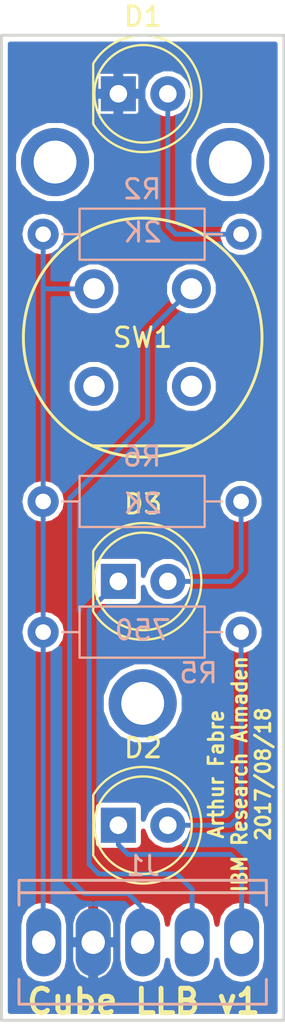
<source format=kicad_pcb>
(kicad_pcb (version 4) (host pcbnew 4.0.7-e1-6374~58~ubuntu16.04.1)

  (general
    (links 11)
    (no_connects 0)
    (area 123.383333 59.065 162.116667 113.655)
    (thickness 1.6)
    (drawings 6)
    (tracks 44)
    (zones 0)
    (modules 11)
    (nets 9)
  )

  (page A4)
  (layers
    (0 F.Cu signal)
    (31 B.Cu signal)
    (36 B.SilkS user)
    (37 F.SilkS user)
    (38 B.Mask user)
    (39 F.Mask user)
    (44 Edge.Cuts user)
  )

  (setup
    (last_trace_width 0.25)
    (trace_clearance 0.2)
    (zone_clearance 0.25)
    (zone_45_only no)
    (trace_min 0.2)
    (segment_width 0.2)
    (edge_width 0.15)
    (via_size 0.6)
    (via_drill 0.4)
    (via_min_size 0.4)
    (via_min_drill 0.3)
    (uvia_size 0.3)
    (uvia_drill 0.1)
    (uvias_allowed no)
    (uvia_min_size 0.2)
    (uvia_min_drill 0.1)
    (pcb_text_width 0.3)
    (pcb_text_size 1.5 1.5)
    (mod_edge_width 0.15)
    (mod_text_size 1 1)
    (mod_text_width 0.15)
    (pad_size 1.524 1.524)
    (pad_drill 0.762)
    (pad_to_mask_clearance 0.2)
    (aux_axis_origin 0 0)
    (visible_elements FFFFFF7F)
    (pcbplotparams
      (layerselection 0x000f0_80000001)
      (usegerberextensions true)
      (excludeedgelayer false)
      (linewidth 0.100000)
      (plotframeref false)
      (viasonmask false)
      (mode 1)
      (useauxorigin false)
      (hpglpennumber 1)
      (hpglpenspeed 20)
      (hpglpendiameter 15)
      (hpglpenoverlay 2)
      (psnegative false)
      (psa4output false)
      (plotreference true)
      (plotvalue true)
      (plotinvisibletext false)
      (padsonsilk false)
      (subtractmaskfromsilk false)
      (outputformat 1)
      (mirror false)
      (drillshape 0)
      (scaleselection 1)
      (outputdirectory gerbers/))
  )

  (net 0 "")
  (net 1 GND)
  (net 2 "Net-(D1-Pad2)")
  (net 3 "Net-(D2-Pad1)")
  (net 4 "Net-(D2-Pad2)")
  (net 5 "Net-(D3-Pad2)")
  (net 6 "Net-(J1-Pad3)")
  (net 7 "Net-(D3-Pad1)")
  (net 8 +5V)

  (net_class Default "This is the default net class."
    (clearance 0.2)
    (trace_width 0.25)
    (via_dia 0.6)
    (via_drill 0.4)
    (uvia_dia 0.3)
    (uvia_drill 0.1)
    (add_net +5V)
    (add_net GND)
    (add_net "Net-(D1-Pad2)")
    (add_net "Net-(D2-Pad1)")
    (add_net "Net-(D2-Pad2)")
    (add_net "Net-(D3-Pad1)")
    (add_net "Net-(D3-Pad2)")
    (add_net "Net-(J1-Pad3)")
  )

  (module Mounting_Holes:MountingHole_2.2mm_M2_ISO7380_Pad (layer F.Cu) (tedit 59974ED2) (tstamp 59A908DC)
    (at 138.25 67.5)
    (descr "Mounting Hole 2.2mm, M2, ISO7380")
    (tags "mounting hole 2.2mm m2 iso7380")
    (fp_text reference REF** (at 0 -2.75) (layer F.SilkS) hide
      (effects (font (size 1 1) (thickness 0.15)))
    )
    (fp_text value MountingHole_2.2mm_M2_ISO7380_Pad (at 0 2.75) (layer F.Fab) hide
      (effects (font (size 1 1) (thickness 0.15)))
    )
    (fp_circle (center 0 0) (end 1.75 0) (layer Cmts.User) (width 0.15))
    (fp_circle (center 0 0) (end 2 0) (layer F.CrtYd) (width 0.05))
    (pad 1 thru_hole circle (at 0 0) (size 3.5 3.5) (drill 2.2) (layers *.Cu *.Mask))
  )

  (module Resistors_ThroughHole:R_Axial_DIN0207_L6.3mm_D2.5mm_P10.16mm_Horizontal (layer B.Cu) (tedit 599751FA) (tstamp 59551D0D)
    (at 147.8 71.2 180)
    (descr "Resistor, Axial_DIN0207 series, Axial, Horizontal, pin pitch=10.16mm, 0.25W = 1/4W, length*diameter=6.3*2.5mm^2, http://cdn-reichelt.de/documents/datenblatt/B400/1_4W%23YAG.pdf")
    (tags "Resistor Axial_DIN0207 series Axial Horizontal pin pitch 10.16mm 0.25W = 1/4W length 6.3mm diameter 2.5mm")
    (path /5954369B)
    (fp_text reference R2 (at 5.08 2.31 180) (layer B.SilkS)
      (effects (font (size 1 1) (thickness 0.15)) (justify mirror))
    )
    (fp_text value 2K (at 5.05 0.1 180) (layer B.SilkS)
      (effects (font (size 1 1) (thickness 0.15)) (justify mirror))
    )
    (fp_line (start 1.93 1.25) (end 1.93 -1.25) (layer B.Fab) (width 0.1))
    (fp_line (start 1.93 -1.25) (end 8.23 -1.25) (layer B.Fab) (width 0.1))
    (fp_line (start 8.23 -1.25) (end 8.23 1.25) (layer B.Fab) (width 0.1))
    (fp_line (start 8.23 1.25) (end 1.93 1.25) (layer B.Fab) (width 0.1))
    (fp_line (start 0 0) (end 1.93 0) (layer B.Fab) (width 0.1))
    (fp_line (start 10.16 0) (end 8.23 0) (layer B.Fab) (width 0.1))
    (fp_line (start 1.87 1.31) (end 1.87 -1.31) (layer B.SilkS) (width 0.12))
    (fp_line (start 1.87 -1.31) (end 8.29 -1.31) (layer B.SilkS) (width 0.12))
    (fp_line (start 8.29 -1.31) (end 8.29 1.31) (layer B.SilkS) (width 0.12))
    (fp_line (start 8.29 1.31) (end 1.87 1.31) (layer B.SilkS) (width 0.12))
    (fp_line (start 0.98 0) (end 1.87 0) (layer B.SilkS) (width 0.12))
    (fp_line (start 9.18 0) (end 8.29 0) (layer B.SilkS) (width 0.12))
    (fp_line (start -1.05 1.6) (end -1.05 -1.6) (layer B.CrtYd) (width 0.05))
    (fp_line (start -1.05 -1.6) (end 11.25 -1.6) (layer B.CrtYd) (width 0.05))
    (fp_line (start 11.25 -1.6) (end 11.25 1.6) (layer B.CrtYd) (width 0.05))
    (fp_line (start 11.25 1.6) (end -1.05 1.6) (layer B.CrtYd) (width 0.05))
    (pad 1 thru_hole circle (at 0 0 180) (size 1.6 1.6) (drill 0.8) (layers *.Cu *.Mask)
      (net 2 "Net-(D1-Pad2)"))
    (pad 2 thru_hole oval (at 10.16 0 180) (size 1.6 1.6) (drill 0.8) (layers *.Cu *.Mask)
      (net 8 +5V))
    (model Resistors_THT.3dshapes/R_Axial_DIN0207_L6.3mm_D2.5mm_P10.16mm_Horizontal.wrl
      (at (xyz 0 0 0))
      (scale (xyz 0.393701 0.393701 0.393701))
      (rotate (xyz 0 0 0))
    )
  )

  (module Resistors_ThroughHole:R_Axial_DIN0207_L6.3mm_D2.5mm_P10.16mm_Horizontal (layer B.Cu) (tedit 599DF729) (tstamp 59551D4F)
    (at 147.8 91.6 180)
    (descr "Resistor, Axial_DIN0207 series, Axial, Horizontal, pin pitch=10.16mm, 0.25W = 1/4W, length*diameter=6.3*2.5mm^2, http://cdn-reichelt.de/documents/datenblatt/B400/1_4W%23YAG.pdf")
    (tags "Resistor Axial_DIN0207 series Axial Horizontal pin pitch 10.16mm 0.25W = 1/4W length 6.3mm diameter 2.5mm")
    (path /59543BC2)
    (fp_text reference R5 (at 2.1818 -2.1006 180) (layer B.SilkS)
      (effects (font (size 1 1) (thickness 0.15)) (justify mirror))
    )
    (fp_text value 750 (at 5.05 0.1 180) (layer B.SilkS)
      (effects (font (size 1 1) (thickness 0.15)) (justify mirror))
    )
    (fp_line (start 1.93 1.25) (end 1.93 -1.25) (layer B.Fab) (width 0.1))
    (fp_line (start 1.93 -1.25) (end 8.23 -1.25) (layer B.Fab) (width 0.1))
    (fp_line (start 8.23 -1.25) (end 8.23 1.25) (layer B.Fab) (width 0.1))
    (fp_line (start 8.23 1.25) (end 1.93 1.25) (layer B.Fab) (width 0.1))
    (fp_line (start 0 0) (end 1.93 0) (layer B.Fab) (width 0.1))
    (fp_line (start 10.16 0) (end 8.23 0) (layer B.Fab) (width 0.1))
    (fp_line (start 1.87 1.31) (end 1.87 -1.31) (layer B.SilkS) (width 0.12))
    (fp_line (start 1.87 -1.31) (end 8.29 -1.31) (layer B.SilkS) (width 0.12))
    (fp_line (start 8.29 -1.31) (end 8.29 1.31) (layer B.SilkS) (width 0.12))
    (fp_line (start 8.29 1.31) (end 1.87 1.31) (layer B.SilkS) (width 0.12))
    (fp_line (start 0.98 0) (end 1.87 0) (layer B.SilkS) (width 0.12))
    (fp_line (start 9.18 0) (end 8.29 0) (layer B.SilkS) (width 0.12))
    (fp_line (start -1.05 1.6) (end -1.05 -1.6) (layer B.CrtYd) (width 0.05))
    (fp_line (start -1.05 -1.6) (end 11.25 -1.6) (layer B.CrtYd) (width 0.05))
    (fp_line (start 11.25 -1.6) (end 11.25 1.6) (layer B.CrtYd) (width 0.05))
    (fp_line (start 11.25 1.6) (end -1.05 1.6) (layer B.CrtYd) (width 0.05))
    (pad 1 thru_hole circle (at 0 0 180) (size 1.6 1.6) (drill 0.8) (layers *.Cu *.Mask)
      (net 4 "Net-(D2-Pad2)"))
    (pad 2 thru_hole oval (at 10.16 0 180) (size 1.6 1.6) (drill 0.8) (layers *.Cu *.Mask)
      (net 8 +5V))
    (model Resistors_THT.3dshapes/R_Axial_DIN0207_L6.3mm_D2.5mm_P10.16mm_Horizontal.wrl
      (at (xyz 0 0 0))
      (scale (xyz 0.393701 0.393701 0.393701))
      (rotate (xyz 0 0 0))
    )
  )

  (module Resistors_ThroughHole:R_Axial_DIN0207_L6.3mm_D2.5mm_P10.16mm_Horizontal (layer B.Cu) (tedit 599751E4) (tstamp 59551D65)
    (at 147.8 84.9 180)
    (descr "Resistor, Axial_DIN0207 series, Axial, Horizontal, pin pitch=10.16mm, 0.25W = 1/4W, length*diameter=6.3*2.5mm^2, http://cdn-reichelt.de/documents/datenblatt/B400/1_4W%23YAG.pdf")
    (tags "Resistor Axial_DIN0207 series Axial Horizontal pin pitch 10.16mm 0.25W = 1/4W length 6.3mm diameter 2.5mm")
    (path /595439E7)
    (fp_text reference R6 (at 5.08 2.31 180) (layer B.SilkS)
      (effects (font (size 1 1) (thickness 0.15)) (justify mirror))
    )
    (fp_text value 2K (at 5.05 -0.1 180) (layer B.SilkS)
      (effects (font (size 1 1) (thickness 0.15)) (justify mirror))
    )
    (fp_line (start 1.93 1.25) (end 1.93 -1.25) (layer B.Fab) (width 0.1))
    (fp_line (start 1.93 -1.25) (end 8.23 -1.25) (layer B.Fab) (width 0.1))
    (fp_line (start 8.23 -1.25) (end 8.23 1.25) (layer B.Fab) (width 0.1))
    (fp_line (start 8.23 1.25) (end 1.93 1.25) (layer B.Fab) (width 0.1))
    (fp_line (start 0 0) (end 1.93 0) (layer B.Fab) (width 0.1))
    (fp_line (start 10.16 0) (end 8.23 0) (layer B.Fab) (width 0.1))
    (fp_line (start 1.87 1.31) (end 1.87 -1.31) (layer B.SilkS) (width 0.12))
    (fp_line (start 1.87 -1.31) (end 8.29 -1.31) (layer B.SilkS) (width 0.12))
    (fp_line (start 8.29 -1.31) (end 8.29 1.31) (layer B.SilkS) (width 0.12))
    (fp_line (start 8.29 1.31) (end 1.87 1.31) (layer B.SilkS) (width 0.12))
    (fp_line (start 0.98 0) (end 1.87 0) (layer B.SilkS) (width 0.12))
    (fp_line (start 9.18 0) (end 8.29 0) (layer B.SilkS) (width 0.12))
    (fp_line (start -1.05 1.6) (end -1.05 -1.6) (layer B.CrtYd) (width 0.05))
    (fp_line (start -1.05 -1.6) (end 11.25 -1.6) (layer B.CrtYd) (width 0.05))
    (fp_line (start 11.25 -1.6) (end 11.25 1.6) (layer B.CrtYd) (width 0.05))
    (fp_line (start 11.25 1.6) (end -1.05 1.6) (layer B.CrtYd) (width 0.05))
    (pad 1 thru_hole circle (at 0 0 180) (size 1.6 1.6) (drill 0.8) (layers *.Cu *.Mask)
      (net 5 "Net-(D3-Pad2)"))
    (pad 2 thru_hole oval (at 10.16 0 180) (size 1.6 1.6) (drill 0.8) (layers *.Cu *.Mask)
      (net 8 +5V))
    (model Resistors_THT.3dshapes/R_Axial_DIN0207_L6.3mm_D2.5mm_P10.16mm_Horizontal.wrl
      (at (xyz 0 0 0))
      (scale (xyz 0.393701 0.393701 0.393701))
      (rotate (xyz 0 0 0))
    )
  )

  (module Buttons_Switches_ThroughHole:Push_E-Switch_KS01Q01 locked (layer F.Cu) (tedit 54BFC791) (tstamp 59551D70)
    (at 140.25 74)
    (descr "E-Switch KS01Q01")
    (tags "Push Button")
    (path /59543E79)
    (fp_text reference SW1 (at 2.5 2.5) (layer F.SilkS)
      (effects (font (size 1 1) (thickness 0.15)))
    )
    (fp_text value SW_Push (at 2.5 -2.04914) (layer F.Fab)
      (effects (font (size 1 1) (thickness 0.15)))
    )
    (fp_circle (center 2.5 2.5) (end 8.95 2.5) (layer F.CrtYd) (width 0.05))
    (fp_circle (center 2.5 2.5) (end 8.625 2.5) (layer F.SilkS) (width 0.15))
    (fp_line (start 5.10096 8.04962) (end -0.10096 8.04962) (layer F.SilkS) (width 0.15))
    (pad 1 thru_hole circle (at 0 0) (size 2 2) (drill 1.1) (layers *.Cu *.Mask)
      (net 8 +5V))
    (pad 2 thru_hole circle (at 5 0) (size 2 2) (drill 1.1) (layers *.Cu *.Mask)
      (net 6 "Net-(J1-Pad3)"))
    (pad 4 thru_hole circle (at 5 5) (size 2 2) (drill 1.1) (layers *.Cu *.Mask))
    (pad 3 thru_hole circle (at 0 5) (size 2 2) (drill 1.1) (layers *.Cu *.Mask))
    (model Buttons_Switches_THT.3dshapes/Push_E-Switch_KS01Q01.wrl
      (at (xyz 0.1 -0.1 0))
      (scale (xyz 1 1 1))
      (rotate (xyz 0 0 0))
    )
  )

  (module Sockets_MOLEX_KK-System:Socket_MOLEX-KK-RM2-54mm_Lock_5pin_straight (layer B.Cu) (tedit 599DF77D) (tstamp 5997318B)
    (at 142.75 107.5 180)
    (descr "Socket, MOLEX, KK, RM 2.54mm, Lock, 5pin, straight,")
    (tags "Socket, MOLEX, KK, RM 2.54mm, Lock, 5pin, straight,")
    (path /595466B3)
    (fp_text reference J1 (at -0.0234 3.9188 180) (layer B.SilkS)
      (effects (font (size 1 1) (thickness 0.15)) (justify mirror))
    )
    (fp_text value CONN_01X05 (at 0 -5.08 180) (layer B.Fab)
      (effects (font (size 1 1) (thickness 0.15)) (justify mirror))
    )
    (fp_line (start 6.35 -3.175) (end 6.35 -1.905) (layer B.SilkS) (width 0.15))
    (fp_line (start 6.35 2.54) (end -6.35 2.54) (layer B.SilkS) (width 0.15))
    (fp_line (start -6.35 3.175) (end 6.35 3.175) (layer B.SilkS) (width 0.15))
    (fp_line (start 6.35 1.905) (end 6.35 3.175) (layer B.SilkS) (width 0.15))
    (fp_line (start -6.35 1.905) (end -6.35 3.175) (layer B.SilkS) (width 0.15))
    (fp_line (start 6.35 -3.175) (end -6.35 -3.175) (layer B.SilkS) (width 0.15))
    (fp_line (start -6.35 -3.175) (end -6.35 -1.905) (layer B.SilkS) (width 0.15))
    (pad 1 thru_hole oval (at -5.08 0 180) (size 1.80086 3.50012) (drill 1.19888) (layers *.Cu *.Mask)
      (net 3 "Net-(D2-Pad1)"))
    (pad 2 thru_hole oval (at -2.54 0 180) (size 1.80086 3.50012) (drill 1.19888) (layers *.Cu *.Mask)
      (net 7 "Net-(D3-Pad1)"))
    (pad 3 thru_hole oval (at 0 0 180) (size 1.80086 3.50012) (drill 1.19888) (layers *.Cu *.Mask)
      (net 6 "Net-(J1-Pad3)"))
    (pad 4 thru_hole oval (at 2.54 0 180) (size 1.80086 3.50012) (drill 1.19888) (layers *.Cu *.Mask)
      (net 1 GND))
    (pad 5 thru_hole oval (at 5.08 0 180) (size 1.80086 3.50012) (drill 1.19888) (layers *.Cu *.Mask)
      (net 8 +5V))
  )

  (module Mounting_Holes:MountingHole_2.2mm_M2_ISO7380_Pad (layer F.Cu) (tedit 59974EDE) (tstamp 59974A4F)
    (at 142.75 95.25)
    (descr "Mounting Hole 2.2mm, M2, ISO7380")
    (tags "mounting hole 2.2mm m2 iso7380")
    (fp_text reference REF** (at 0 -2.75) (layer F.SilkS) hide
      (effects (font (size 1 1) (thickness 0.15)))
    )
    (fp_text value MountingHole_2.2mm_M2_ISO7380_Pad (at 0 2.75) (layer F.Fab) hide
      (effects (font (size 1 1) (thickness 0.15)))
    )
    (fp_circle (center 0 0) (end 1.75 0) (layer Cmts.User) (width 0.15))
    (fp_circle (center 0 0) (end 2 0) (layer F.CrtYd) (width 0.05))
    (pad 1 thru_hole circle (at 0 0) (size 3.5 3.5) (drill 2.2) (layers *.Cu *.Mask))
  )

  (module Mounting_Holes:MountingHole_2.2mm_M2_ISO7380_Pad (layer F.Cu) (tedit 59974ED2) (tstamp 59974A61)
    (at 147.25 67.5)
    (descr "Mounting Hole 2.2mm, M2, ISO7380")
    (tags "mounting hole 2.2mm m2 iso7380")
    (fp_text reference REF** (at 0 -2.75) (layer F.SilkS) hide
      (effects (font (size 1 1) (thickness 0.15)))
    )
    (fp_text value MountingHole_2.2mm_M2_ISO7380_Pad (at 0 2.75) (layer F.Fab) hide
      (effects (font (size 1 1) (thickness 0.15)))
    )
    (fp_circle (center 0 0) (end 1.75 0) (layer Cmts.User) (width 0.15))
    (fp_circle (center 0 0) (end 2 0) (layer F.CrtYd) (width 0.05))
    (pad 1 thru_hole circle (at 0 0) (size 3.5 3.5) (drill 2.2) (layers *.Cu *.Mask))
  )

  (module LEDs:LED_D5.0mm locked (layer F.Cu) (tedit 587A3A7B) (tstamp 599DF994)
    (at 141.5 64)
    (descr "LED, diameter 5.0mm, 2 pins, http://cdn-reichelt.de/documents/datenblatt/A500/LL-504BC2E-009.pdf")
    (tags "LED diameter 5.0mm 2 pins")
    (path /595436F0)
    (fp_text reference D1 (at 1.27 -3.96) (layer F.SilkS)
      (effects (font (size 1 1) (thickness 0.15)))
    )
    (fp_text value PWR (at 1.27 3.96) (layer F.Fab)
      (effects (font (size 1 1) (thickness 0.15)))
    )
    (fp_arc (start 1.27 0) (end -1.23 -1.469694) (angle 299.1) (layer F.Fab) (width 0.1))
    (fp_arc (start 1.27 0) (end -1.29 -1.54483) (angle 148.9) (layer F.SilkS) (width 0.12))
    (fp_arc (start 1.27 0) (end -1.29 1.54483) (angle -148.9) (layer F.SilkS) (width 0.12))
    (fp_circle (center 1.27 0) (end 3.77 0) (layer F.Fab) (width 0.1))
    (fp_circle (center 1.27 0) (end 3.77 0) (layer F.SilkS) (width 0.12))
    (fp_line (start -1.23 -1.469694) (end -1.23 1.469694) (layer F.Fab) (width 0.1))
    (fp_line (start -1.29 -1.545) (end -1.29 1.545) (layer F.SilkS) (width 0.12))
    (fp_line (start -1.95 -3.25) (end -1.95 3.25) (layer F.CrtYd) (width 0.05))
    (fp_line (start -1.95 3.25) (end 4.5 3.25) (layer F.CrtYd) (width 0.05))
    (fp_line (start 4.5 3.25) (end 4.5 -3.25) (layer F.CrtYd) (width 0.05))
    (fp_line (start 4.5 -3.25) (end -1.95 -3.25) (layer F.CrtYd) (width 0.05))
    (pad 1 thru_hole rect (at 0 0) (size 1.8 1.8) (drill 0.9) (layers *.Cu *.Mask)
      (net 1 GND))
    (pad 2 thru_hole circle (at 2.54 0) (size 1.8 1.8) (drill 0.9) (layers *.Cu *.Mask)
      (net 2 "Net-(D1-Pad2)"))
    (model LEDs.3dshapes/LED_D5.0mm.wrl
      (at (xyz 0 0 0))
      (scale (xyz 0.393701 0.393701 0.393701))
      (rotate (xyz 0 0 0))
    )
  )

  (module LEDs:LED_D5.0mm locked (layer F.Cu) (tedit 587A3A7B) (tstamp 599DF999)
    (at 141.5 101.5)
    (descr "LED, diameter 5.0mm, 2 pins, http://cdn-reichelt.de/documents/datenblatt/A500/LL-504BC2E-009.pdf")
    (tags "LED diameter 5.0mm 2 pins")
    (path /59543BC9)
    (fp_text reference D2 (at 1.27 -3.96) (layer F.SilkS)
      (effects (font (size 1 1) (thickness 0.15)))
    )
    (fp_text value CAM (at 1.27 3.96) (layer F.Fab)
      (effects (font (size 1 1) (thickness 0.15)))
    )
    (fp_arc (start 1.27 0) (end -1.23 -1.469694) (angle 299.1) (layer F.Fab) (width 0.1))
    (fp_arc (start 1.27 0) (end -1.29 -1.54483) (angle 148.9) (layer F.SilkS) (width 0.12))
    (fp_arc (start 1.27 0) (end -1.29 1.54483) (angle -148.9) (layer F.SilkS) (width 0.12))
    (fp_circle (center 1.27 0) (end 3.77 0) (layer F.Fab) (width 0.1))
    (fp_circle (center 1.27 0) (end 3.77 0) (layer F.SilkS) (width 0.12))
    (fp_line (start -1.23 -1.469694) (end -1.23 1.469694) (layer F.Fab) (width 0.1))
    (fp_line (start -1.29 -1.545) (end -1.29 1.545) (layer F.SilkS) (width 0.12))
    (fp_line (start -1.95 -3.25) (end -1.95 3.25) (layer F.CrtYd) (width 0.05))
    (fp_line (start -1.95 3.25) (end 4.5 3.25) (layer F.CrtYd) (width 0.05))
    (fp_line (start 4.5 3.25) (end 4.5 -3.25) (layer F.CrtYd) (width 0.05))
    (fp_line (start 4.5 -3.25) (end -1.95 -3.25) (layer F.CrtYd) (width 0.05))
    (pad 1 thru_hole rect (at 0 0) (size 1.8 1.8) (drill 0.9) (layers *.Cu *.Mask)
      (net 3 "Net-(D2-Pad1)"))
    (pad 2 thru_hole circle (at 2.54 0) (size 1.8 1.8) (drill 0.9) (layers *.Cu *.Mask)
      (net 4 "Net-(D2-Pad2)"))
    (model LEDs.3dshapes/LED_D5.0mm.wrl
      (at (xyz 0 0 0))
      (scale (xyz 0.393701 0.393701 0.393701))
      (rotate (xyz 0 0 0))
    )
  )

  (module LEDs:LED_D5.0mm locked (layer F.Cu) (tedit 587A3A7B) (tstamp 599DF99E)
    (at 141.5 89)
    (descr "LED, diameter 5.0mm, 2 pins, http://cdn-reichelt.de/documents/datenblatt/A500/LL-504BC2E-009.pdf")
    (tags "LED diameter 5.0mm 2 pins")
    (path /595439EE)
    (fp_text reference D3 (at 1.27 -3.96) (layer F.SilkS)
      (effects (font (size 1 1) (thickness 0.15)))
    )
    (fp_text value MIC (at 1.27 3.96) (layer F.Fab)
      (effects (font (size 1 1) (thickness 0.15)))
    )
    (fp_arc (start 1.27 0) (end -1.23 -1.469694) (angle 299.1) (layer F.Fab) (width 0.1))
    (fp_arc (start 1.27 0) (end -1.29 -1.54483) (angle 148.9) (layer F.SilkS) (width 0.12))
    (fp_arc (start 1.27 0) (end -1.29 1.54483) (angle -148.9) (layer F.SilkS) (width 0.12))
    (fp_circle (center 1.27 0) (end 3.77 0) (layer F.Fab) (width 0.1))
    (fp_circle (center 1.27 0) (end 3.77 0) (layer F.SilkS) (width 0.12))
    (fp_line (start -1.23 -1.469694) (end -1.23 1.469694) (layer F.Fab) (width 0.1))
    (fp_line (start -1.29 -1.545) (end -1.29 1.545) (layer F.SilkS) (width 0.12))
    (fp_line (start -1.95 -3.25) (end -1.95 3.25) (layer F.CrtYd) (width 0.05))
    (fp_line (start -1.95 3.25) (end 4.5 3.25) (layer F.CrtYd) (width 0.05))
    (fp_line (start 4.5 3.25) (end 4.5 -3.25) (layer F.CrtYd) (width 0.05))
    (fp_line (start 4.5 -3.25) (end -1.95 -3.25) (layer F.CrtYd) (width 0.05))
    (pad 1 thru_hole rect (at 0 0) (size 1.8 1.8) (drill 0.9) (layers *.Cu *.Mask)
      (net 7 "Net-(D3-Pad1)"))
    (pad 2 thru_hole circle (at 2.54 0) (size 1.8 1.8) (drill 0.9) (layers *.Cu *.Mask)
      (net 5 "Net-(D3-Pad2)"))
    (model LEDs.3dshapes/LED_D5.0mm.wrl
      (at (xyz 0 0 0))
      (scale (xyz 0.393701 0.393701 0.393701))
      (rotate (xyz 0 0 0))
    )
  )

  (gr_text "Arthur Fabre\nIBM Research Almaden\n2017/08/18" (at 147.7264 98.8822 90) (layer F.SilkS)
    (effects (font (size 0.75 0.7) (thickness 0.15)))
  )
  (gr_text "Cube LLB v1" (at 142.7988 110.5408) (layer F.SilkS)
    (effects (font (size 1.25 1.25) (thickness 0.25)))
  )
  (gr_line (start 135.5 61) (end 135.5 111.5) (angle 90) (layer Edge.Cuts) (width 0.15))
  (gr_line (start 150 111.5) (end 150 61) (angle 90) (layer Edge.Cuts) (width 0.15))
  (gr_line (start 135.5 111.5) (end 150 111.5) (angle 90) (layer Edge.Cuts) (width 0.15))
  (gr_line (start 135.5 61) (end 150 61) (angle 90) (layer Edge.Cuts) (width 0.15))

  (segment (start 137.67 68.13) (end 137.64 68.1) (width 0.25) (layer B.Cu) (net 0) (tstamp 59973710) (status 30))
  (segment (start 137.67 68.08) (end 137.75 68) (width 0.25) (layer B.Cu) (net 0) (tstamp 599735E2) (status 30))
  (segment (start 147.8 71.2) (end 144.45 71.2) (width 0.25) (layer B.Cu) (net 2))
  (segment (start 144.04 70.79) (end 144.04 64) (width 0.25) (layer B.Cu) (net 2) (tstamp 5997580D))
  (segment (start 144.45 71.2) (end 144.04 70.79) (width 0.25) (layer B.Cu) (net 2) (tstamp 5997580A))
  (segment (start 141.5 101.5) (end 141.5 102.5) (width 0.25) (layer B.Cu) (net 3) (status 10))
  (segment (start 147.83 103.58) (end 147.83 107.5) (width 0.25) (layer B.Cu) (net 3) (tstamp 59974D8C) (status 20))
  (segment (start 147.25 103) (end 147.83 103.58) (width 0.25) (layer B.Cu) (net 3) (tstamp 59974D8B))
  (segment (start 142 103) (end 147.25 103) (width 0.25) (layer B.Cu) (net 3) (tstamp 59974D88))
  (segment (start 141.5 102.5) (end 142 103) (width 0.25) (layer B.Cu) (net 3) (tstamp 59974D84))
  (segment (start 147.8 93.25) (end 147.8 91.6) (width 0.25) (layer B.Cu) (net 4))
  (segment (start 147.8 93.1) (end 147.8 93.25) (width 0.25) (layer B.Cu) (net 4) (status 10))
  (segment (start 147.8 93.25) (end 147.8 100.95) (width 0.25) (layer B.Cu) (net 4) (tstamp 59975754) (status 10))
  (segment (start 147.8 100.95) (end 147.25 101.5) (width 0.25) (layer B.Cu) (net 4) (tstamp 59974D5B))
  (segment (start 147.25 101.5) (end 144.04 101.5) (width 0.25) (layer B.Cu) (net 4) (tstamp 59973685) (status 20))
  (segment (start 147.8 84.9) (end 147.8 88.45) (width 0.25) (layer B.Cu) (net 5) (status 10))
  (segment (start 147.8 88.45) (end 147.25 89) (width 0.25) (layer B.Cu) (net 5) (tstamp 59974D40))
  (segment (start 144.04 89) (end 147.25 89) (width 0.25) (layer B.Cu) (net 5) (status 10))
  (segment (start 139.75 105) (end 142 105) (width 0.25) (layer B.Cu) (net 6))
  (segment (start 142 105) (end 142.75 105.75) (width 0.25) (layer B.Cu) (net 6) (tstamp 59974DB5) (status 20))
  (segment (start 142.75 105.75) (end 142.75 107.5) (width 0.25) (layer B.Cu) (net 6) (tstamp 59974DB6) (status 30))
  (segment (start 142.75 107.5) (end 142.75 106) (width 0.25) (layer B.Cu) (net 6) (status 30))
  (segment (start 139.75 105) (end 139 104.25) (width 0.25) (layer B.Cu) (net 6) (tstamp 59974DAF))
  (segment (start 139 104.25) (end 139 84.75) (width 0.25) (layer B.Cu) (net 6) (tstamp 5997372F))
  (segment (start 139 84.75) (end 143 80.75) (width 0.25) (layer B.Cu) (net 6) (tstamp 59973731))
  (segment (start 143 80.75) (end 143 76.25) (width 0.25) (layer B.Cu) (net 6) (tstamp 59973733))
  (segment (start 145.25 74) (end 143 76.25) (width 0.25) (layer B.Cu) (net 6) (tstamp 59973735) (status 10))
  (segment (start 140.5 104) (end 144.5 104) (width 0.25) (layer B.Cu) (net 7))
  (segment (start 145.29 104.79) (end 145.29 107.5) (width 0.25) (layer B.Cu) (net 7) (tstamp 59974DC3) (status 20))
  (segment (start 144.5 104) (end 145.29 104.79) (width 0.25) (layer B.Cu) (net 7) (tstamp 59974DC0))
  (segment (start 140 103.5) (end 140 90.5) (width 0.25) (layer B.Cu) (net 7))
  (segment (start 141.5 89) (end 140 90.5) (width 0.25) (layer B.Cu) (net 7) (tstamp 59974AE2) (status 10))
  (segment (start 140 103.5) (end 140.5 104) (width 0.25) (layer B.Cu) (net 7) (tstamp 59974D90))
  (segment (start 137.64 71.2) (end 137.64 74) (width 0.25) (layer B.Cu) (net 8))
  (segment (start 137.64 93.25) (end 137.64 91.6) (width 0.25) (layer B.Cu) (net 8))
  (segment (start 140.25 74) (end 137.64 74) (width 0.25) (layer B.Cu) (net 8))
  (segment (start 137.64 74) (end 137.75 74) (width 0.25) (layer B.Cu) (net 8) (tstamp 59974E01))
  (segment (start 137.75 74) (end 137.64 74) (width 0.25) (layer B.Cu) (net 8) (tstamp 59974E03))
  (segment (start 137.64 93.1) (end 137.64 93.25) (width 0.25) (layer B.Cu) (net 8))
  (segment (start 137.64 93.25) (end 137.64 107.47) (width 0.25) (layer B.Cu) (net 8) (tstamp 5997575A))
  (segment (start 137.64 107.47) (end 137.67 107.5) (width 0.25) (layer B.Cu) (net 8) (tstamp 59974DF9))
  (segment (start 137.64 84.9) (end 137.64 93.1) (width 0.25) (layer B.Cu) (net 8))
  (segment (start 137.64 74) (end 137.64 84.9) (width 0.25) (layer B.Cu) (net 8) (tstamp 59974E04))
  (segment (start 137.64 107.47) (end 137.67 107.5) (width 0.25) (layer B.Cu) (net 8) (tstamp 59974DCF) (status 30))

  (zone (net 1) (net_name GND) (layer B.Cu) (tstamp 59973768) (hatch edge 0.508)
    (connect_pads (clearance 0.25))
    (min_thickness 0.25)
    (fill yes (arc_segments 16) (thermal_gap 0.127) (thermal_bridge_width 0.508))
    (polygon
      (pts
        (xy 150 111.5) (xy 135.5 111.5) (xy 135.5 61) (xy 150 61)
      )
    )
    (filled_polygon
      (pts
        (xy 149.55 111.05) (xy 135.95 111.05) (xy 135.95 106.608738) (xy 136.39457 106.608738) (xy 136.39457 108.391262)
        (xy 136.491656 108.879348) (xy 136.768135 109.293127) (xy 137.181914 109.569606) (xy 137.67 109.666692) (xy 138.158086 109.569606)
        (xy 138.571865 109.293127) (xy 138.848344 108.879348) (xy 138.94543 108.391262) (xy 138.94543 107.629) (xy 139.05757 107.629)
        (xy 139.05757 108.47863) (xy 139.19466 108.909826) (xy 139.486326 109.255737) (xy 139.903441 109.460538) (xy 140.081 109.431396)
        (xy 140.081 107.629) (xy 140.339 107.629) (xy 140.339 109.431396) (xy 140.516559 109.460538) (xy 140.933674 109.255737)
        (xy 141.22534 108.909826) (xy 141.36243 108.47863) (xy 141.36243 107.629) (xy 140.339 107.629) (xy 140.081 107.629)
        (xy 139.05757 107.629) (xy 138.94543 107.629) (xy 138.94543 106.608738) (xy 138.848344 106.120652) (xy 138.571865 105.706873)
        (xy 138.158086 105.430394) (xy 138.14 105.426796) (xy 138.14 92.667299) (xy 138.49387 92.43085) (xy 138.5 92.421676)
        (xy 138.5 104.25) (xy 138.520598 104.353553) (xy 138.53806 104.441342) (xy 138.646447 104.603553) (xy 139.396446 105.353553)
        (xy 139.558658 105.46194) (xy 139.75 105.5) (xy 140.080998 105.5) (xy 140.080998 105.568604) (xy 139.903441 105.539462)
        (xy 139.486326 105.744263) (xy 139.19466 106.090174) (xy 139.05757 106.52137) (xy 139.05757 107.371) (xy 140.081 107.371)
        (xy 140.081 107.351) (xy 140.339 107.351) (xy 140.339 107.371) (xy 141.36243 107.371) (xy 141.36243 106.52137)
        (xy 141.22534 106.090174) (xy 140.933674 105.744263) (xy 140.516559 105.539462) (xy 140.339002 105.568604) (xy 140.339002 105.5)
        (xy 141.792894 105.5) (xy 141.939031 105.646138) (xy 141.848135 105.706873) (xy 141.571656 106.120652) (xy 141.47457 106.608738)
        (xy 141.47457 108.391262) (xy 141.571656 108.879348) (xy 141.848135 109.293127) (xy 142.261914 109.569606) (xy 142.75 109.666692)
        (xy 143.238086 109.569606) (xy 143.651865 109.293127) (xy 143.928344 108.879348) (xy 144.02 108.418561) (xy 144.111656 108.879348)
        (xy 144.388135 109.293127) (xy 144.801914 109.569606) (xy 145.29 109.666692) (xy 145.778086 109.569606) (xy 146.191865 109.293127)
        (xy 146.468344 108.879348) (xy 146.56 108.418561) (xy 146.651656 108.879348) (xy 146.928135 109.293127) (xy 147.341914 109.569606)
        (xy 147.83 109.666692) (xy 148.318086 109.569606) (xy 148.731865 109.293127) (xy 149.008344 108.879348) (xy 149.10543 108.391262)
        (xy 149.10543 106.608738) (xy 149.008344 106.120652) (xy 148.731865 105.706873) (xy 148.33 105.438355) (xy 148.33 103.58)
        (xy 148.29194 103.388658) (xy 148.183553 103.226447) (xy 147.603553 102.646447) (xy 147.441342 102.53806) (xy 147.25 102.5)
        (xy 144.842951 102.5) (xy 145.120262 102.223173) (xy 145.212931 102) (xy 147.25 102) (xy 147.441342 101.96194)
        (xy 147.603553 101.853553) (xy 148.153553 101.303554) (xy 148.26194 101.141342) (xy 148.3 100.95) (xy 148.3 92.664757)
        (xy 148.464715 92.596698) (xy 148.795536 92.266453) (xy 148.974796 91.834747) (xy 148.975204 91.367303) (xy 148.796698 90.935285)
        (xy 148.466453 90.604464) (xy 148.034747 90.425204) (xy 147.567303 90.424796) (xy 147.135285 90.603302) (xy 146.804464 90.933547)
        (xy 146.625204 91.365253) (xy 146.624796 91.832697) (xy 146.803302 92.264715) (xy 147.133547 92.595536) (xy 147.3 92.664653)
        (xy 147.3 100.742893) (xy 147.042894 101) (xy 145.212957 101) (xy 145.121523 100.778714) (xy 144.763173 100.419738)
        (xy 144.294726 100.225222) (xy 143.787499 100.224779) (xy 143.318714 100.418477) (xy 142.959738 100.776827) (xy 142.782346 101.204035)
        (xy 142.782346 100.6) (xy 142.756198 100.461034) (xy 142.674069 100.333401) (xy 142.548754 100.247777) (xy 142.4 100.217654)
        (xy 140.6 100.217654) (xy 140.5 100.23647) (xy 140.5 95.670834) (xy 140.624632 95.670834) (xy 140.947462 96.452143)
        (xy 141.544713 97.050437) (xy 142.325457 97.37463) (xy 143.170834 97.375368) (xy 143.952143 97.052538) (xy 144.550437 96.455287)
        (xy 144.87463 95.674543) (xy 144.875368 94.829166) (xy 144.552538 94.047857) (xy 143.955287 93.449563) (xy 143.174543 93.12537)
        (xy 142.329166 93.124632) (xy 141.547857 93.447462) (xy 140.949563 94.044713) (xy 140.62537 94.825457) (xy 140.624632 95.670834)
        (xy 140.5 95.670834) (xy 140.5 90.707106) (xy 140.92476 90.282346) (xy 142.4 90.282346) (xy 142.538966 90.256198)
        (xy 142.666599 90.174069) (xy 142.752223 90.048754) (xy 142.782346 89.9) (xy 142.782346 89.295016) (xy 142.958477 89.721286)
        (xy 143.316827 90.080262) (xy 143.785274 90.274778) (xy 144.292501 90.275221) (xy 144.761286 90.081523) (xy 145.120262 89.723173)
        (xy 145.212931 89.5) (xy 147.25 89.5) (xy 147.441342 89.46194) (xy 147.603553 89.353553) (xy 148.153553 88.803554)
        (xy 148.26194 88.641342) (xy 148.3 88.45) (xy 148.3 85.964757) (xy 148.464715 85.896698) (xy 148.795536 85.566453)
        (xy 148.974796 85.134747) (xy 148.975204 84.667303) (xy 148.796698 84.235285) (xy 148.466453 83.904464) (xy 148.034747 83.725204)
        (xy 147.567303 83.724796) (xy 147.135285 83.903302) (xy 146.804464 84.233547) (xy 146.625204 84.665253) (xy 146.624796 85.132697)
        (xy 146.803302 85.564715) (xy 147.133547 85.895536) (xy 147.3 85.964653) (xy 147.3 88.242893) (xy 147.042894 88.5)
        (xy 145.212957 88.5) (xy 145.121523 88.278714) (xy 144.763173 87.919738) (xy 144.294726 87.725222) (xy 143.787499 87.724779)
        (xy 143.318714 87.918477) (xy 142.959738 88.276827) (xy 142.782346 88.704035) (xy 142.782346 88.1) (xy 142.756198 87.961034)
        (xy 142.674069 87.833401) (xy 142.548754 87.747777) (xy 142.4 87.717654) (xy 140.6 87.717654) (xy 140.461034 87.743802)
        (xy 140.333401 87.825931) (xy 140.247777 87.951246) (xy 140.217654 88.1) (xy 140.217654 89.57524) (xy 139.646447 90.146447)
        (xy 139.53806 90.308658) (xy 139.5 90.5) (xy 139.5 84.957106) (xy 143.353553 81.103554) (xy 143.46194 80.941342)
        (xy 143.5 80.75) (xy 143.5 79.272305) (xy 143.874762 79.272305) (xy 144.083652 79.777857) (xy 144.470108 80.164989)
        (xy 144.975296 80.374761) (xy 145.522305 80.375238) (xy 146.027857 80.166348) (xy 146.414989 79.779892) (xy 146.624761 79.274704)
        (xy 146.625238 78.727695) (xy 146.416348 78.222143) (xy 146.029892 77.835011) (xy 145.524704 77.625239) (xy 144.977695 77.624762)
        (xy 144.472143 77.833652) (xy 144.085011 78.220108) (xy 143.875239 78.725296) (xy 143.874762 79.272305) (xy 143.5 79.272305)
        (xy 143.5 76.457106) (xy 144.697639 75.259468) (xy 144.975296 75.374761) (xy 145.522305 75.375238) (xy 146.027857 75.166348)
        (xy 146.414989 74.779892) (xy 146.624761 74.274704) (xy 146.625238 73.727695) (xy 146.416348 73.222143) (xy 146.029892 72.835011)
        (xy 145.524704 72.625239) (xy 144.977695 72.624762) (xy 144.472143 72.833652) (xy 144.085011 73.220108) (xy 143.875239 73.725296)
        (xy 143.874762 74.272305) (xy 143.990495 74.552399) (xy 142.646447 75.896447) (xy 142.53806 76.058658) (xy 142.5 76.25)
        (xy 142.5 80.542893) (xy 138.686081 84.356813) (xy 138.49387 84.06915) (xy 138.14 83.832701) (xy 138.14 79.272305)
        (xy 138.874762 79.272305) (xy 139.083652 79.777857) (xy 139.470108 80.164989) (xy 139.975296 80.374761) (xy 140.522305 80.375238)
        (xy 141.027857 80.166348) (xy 141.414989 79.779892) (xy 141.624761 79.274704) (xy 141.625238 78.727695) (xy 141.416348 78.222143)
        (xy 141.029892 77.835011) (xy 140.524704 77.625239) (xy 139.977695 77.624762) (xy 139.472143 77.833652) (xy 139.085011 78.220108)
        (xy 138.875239 78.725296) (xy 138.874762 79.272305) (xy 138.14 79.272305) (xy 138.14 74.5) (xy 138.968844 74.5)
        (xy 139.083652 74.777857) (xy 139.470108 75.164989) (xy 139.975296 75.374761) (xy 140.522305 75.375238) (xy 141.027857 75.166348)
        (xy 141.414989 74.779892) (xy 141.624761 74.274704) (xy 141.625238 73.727695) (xy 141.416348 73.222143) (xy 141.029892 72.835011)
        (xy 140.524704 72.625239) (xy 139.977695 72.624762) (xy 139.472143 72.833652) (xy 139.085011 73.220108) (xy 138.96879 73.5)
        (xy 138.14 73.5) (xy 138.14 72.267299) (xy 138.49387 72.03085) (xy 138.748578 71.649653) (xy 138.83802 71.2)
        (xy 138.748578 70.750347) (xy 138.49387 70.36915) (xy 138.112673 70.114442) (xy 137.66302 70.025) (xy 137.61698 70.025)
        (xy 137.167327 70.114442) (xy 136.78613 70.36915) (xy 136.531422 70.750347) (xy 136.44198 71.2) (xy 136.531422 71.649653)
        (xy 136.78613 72.03085) (xy 137.14 72.267299) (xy 137.14 83.832701) (xy 136.78613 84.06915) (xy 136.531422 84.450347)
        (xy 136.44198 84.9) (xy 136.531422 85.349653) (xy 136.78613 85.73085) (xy 137.14 85.967299) (xy 137.14 90.532701)
        (xy 136.78613 90.76915) (xy 136.531422 91.150347) (xy 136.44198 91.6) (xy 136.531422 92.049653) (xy 136.78613 92.43085)
        (xy 137.14 92.667299) (xy 137.14 105.4584) (xy 136.768135 105.706873) (xy 136.491656 106.120652) (xy 136.39457 106.608738)
        (xy 135.95 106.608738) (xy 135.95 67.920834) (xy 136.124632 67.920834) (xy 136.447462 68.702143) (xy 137.044713 69.300437)
        (xy 137.825457 69.62463) (xy 138.670834 69.625368) (xy 139.452143 69.302538) (xy 140.050437 68.705287) (xy 140.37463 67.924543)
        (xy 140.375368 67.079166) (xy 140.052538 66.297857) (xy 139.455287 65.699563) (xy 138.674543 65.37537) (xy 137.829166 65.374632)
        (xy 137.047857 65.697462) (xy 136.449563 66.294713) (xy 136.12537 67.075457) (xy 136.124632 67.920834) (xy 135.95 67.920834)
        (xy 135.95 64.192) (xy 140.348 64.192) (xy 140.348 64.950126) (xy 140.386365 65.042746) (xy 140.457253 65.113635)
        (xy 140.549874 65.152) (xy 141.308 65.152) (xy 141.371 65.089) (xy 141.371 64.129) (xy 141.629 64.129)
        (xy 141.629 65.089) (xy 141.692 65.152) (xy 142.450126 65.152) (xy 142.542747 65.113635) (xy 142.613635 65.042746)
        (xy 142.652 64.950126) (xy 142.652 64.252501) (xy 142.764779 64.252501) (xy 142.958477 64.721286) (xy 143.316827 65.080262)
        (xy 143.54 65.172931) (xy 143.54 70.79) (xy 143.57806 70.981342) (xy 143.686447 71.143553) (xy 144.096447 71.553554)
        (xy 144.193686 71.618526) (xy 144.258658 71.66194) (xy 144.45 71.7) (xy 146.735243 71.7) (xy 146.803302 71.864715)
        (xy 147.133547 72.195536) (xy 147.565253 72.374796) (xy 148.032697 72.375204) (xy 148.464715 72.196698) (xy 148.795536 71.866453)
        (xy 148.974796 71.434747) (xy 148.975204 70.967303) (xy 148.796698 70.535285) (xy 148.466453 70.204464) (xy 148.034747 70.025204)
        (xy 147.567303 70.024796) (xy 147.135285 70.203302) (xy 146.804464 70.533547) (xy 146.735347 70.7) (xy 144.657107 70.7)
        (xy 144.54 70.582894) (xy 144.54 67.920834) (xy 145.124632 67.920834) (xy 145.447462 68.702143) (xy 146.044713 69.300437)
        (xy 146.825457 69.62463) (xy 147.670834 69.625368) (xy 148.452143 69.302538) (xy 149.050437 68.705287) (xy 149.37463 67.924543)
        (xy 149.375368 67.079166) (xy 149.052538 66.297857) (xy 148.455287 65.699563) (xy 147.674543 65.37537) (xy 146.829166 65.374632)
        (xy 146.047857 65.697462) (xy 145.449563 66.294713) (xy 145.12537 67.075457) (xy 145.124632 67.920834) (xy 144.54 67.920834)
        (xy 144.54 65.172957) (xy 144.761286 65.081523) (xy 145.120262 64.723173) (xy 145.314778 64.254726) (xy 145.315221 63.747499)
        (xy 145.121523 63.278714) (xy 144.763173 62.919738) (xy 144.294726 62.725222) (xy 143.787499 62.724779) (xy 143.318714 62.918477)
        (xy 142.959738 63.276827) (xy 142.765222 63.745274) (xy 142.764779 64.252501) (xy 142.652 64.252501) (xy 142.652 64.192)
        (xy 142.589 64.129) (xy 141.629 64.129) (xy 141.371 64.129) (xy 140.411 64.129) (xy 140.348 64.192)
        (xy 135.95 64.192) (xy 135.95 63.049874) (xy 140.348 63.049874) (xy 140.348 63.808) (xy 140.411 63.871)
        (xy 141.371 63.871) (xy 141.371 62.911) (xy 141.629 62.911) (xy 141.629 63.871) (xy 142.589 63.871)
        (xy 142.652 63.808) (xy 142.652 63.049874) (xy 142.613635 62.957254) (xy 142.542747 62.886365) (xy 142.450126 62.848)
        (xy 141.692 62.848) (xy 141.629 62.911) (xy 141.371 62.911) (xy 141.308 62.848) (xy 140.549874 62.848)
        (xy 140.457253 62.886365) (xy 140.386365 62.957254) (xy 140.348 63.049874) (xy 135.95 63.049874) (xy 135.95 61.45)
        (xy 149.55 61.45)
      )
    )
  )
  (zone (net 1) (net_name GND) (layer F.Cu) (tstamp 59973768) (hatch edge 0.508)
    (connect_pads (clearance 0.25))
    (min_thickness 0.25)
    (fill yes (arc_segments 16) (thermal_gap 0.127) (thermal_bridge_width 0.508))
    (polygon
      (pts
        (xy 150 111.5) (xy 135.5 111.5) (xy 135.5 61) (xy 150 61)
      )
    )
    (filled_polygon
      (pts
        (xy 149.55 111.05) (xy 135.95 111.05) (xy 135.95 106.608738) (xy 136.39457 106.608738) (xy 136.39457 108.391262)
        (xy 136.491656 108.879348) (xy 136.768135 109.293127) (xy 137.181914 109.569606) (xy 137.67 109.666692) (xy 138.158086 109.569606)
        (xy 138.571865 109.293127) (xy 138.848344 108.879348) (xy 138.94543 108.391262) (xy 138.94543 107.629) (xy 139.05757 107.629)
        (xy 139.05757 108.47863) (xy 139.19466 108.909826) (xy 139.486326 109.255737) (xy 139.903441 109.460538) (xy 140.081 109.431396)
        (xy 140.081 107.629) (xy 140.339 107.629) (xy 140.339 109.431396) (xy 140.516559 109.460538) (xy 140.933674 109.255737)
        (xy 141.22534 108.909826) (xy 141.36243 108.47863) (xy 141.36243 107.629) (xy 140.339 107.629) (xy 140.081 107.629)
        (xy 139.05757 107.629) (xy 138.94543 107.629) (xy 138.94543 106.608738) (xy 138.928052 106.52137) (xy 139.05757 106.52137)
        (xy 139.05757 107.371) (xy 140.081 107.371) (xy 140.081 105.568604) (xy 140.339 105.568604) (xy 140.339 107.371)
        (xy 141.36243 107.371) (xy 141.36243 106.608738) (xy 141.47457 106.608738) (xy 141.47457 108.391262) (xy 141.571656 108.879348)
        (xy 141.848135 109.293127) (xy 142.261914 109.569606) (xy 142.75 109.666692) (xy 143.238086 109.569606) (xy 143.651865 109.293127)
        (xy 143.928344 108.879348) (xy 144.02 108.418561) (xy 144.111656 108.879348) (xy 144.388135 109.293127) (xy 144.801914 109.569606)
        (xy 145.29 109.666692) (xy 145.778086 109.569606) (xy 146.191865 109.293127) (xy 146.468344 108.879348) (xy 146.56 108.418561)
        (xy 146.651656 108.879348) (xy 146.928135 109.293127) (xy 147.341914 109.569606) (xy 147.83 109.666692) (xy 148.318086 109.569606)
        (xy 148.731865 109.293127) (xy 149.008344 108.879348) (xy 149.10543 108.391262) (xy 149.10543 106.608738) (xy 149.008344 106.120652)
        (xy 148.731865 105.706873) (xy 148.318086 105.430394) (xy 147.83 105.333308) (xy 147.341914 105.430394) (xy 146.928135 105.706873)
        (xy 146.651656 106.120652) (xy 146.56 106.581439) (xy 146.468344 106.120652) (xy 146.191865 105.706873) (xy 145.778086 105.430394)
        (xy 145.29 105.333308) (xy 144.801914 105.430394) (xy 144.388135 105.706873) (xy 144.111656 106.120652) (xy 144.02 106.581439)
        (xy 143.928344 106.120652) (xy 143.651865 105.706873) (xy 143.238086 105.430394) (xy 142.75 105.333308) (xy 142.261914 105.430394)
        (xy 141.848135 105.706873) (xy 141.571656 106.120652) (xy 141.47457 106.608738) (xy 141.36243 106.608738) (xy 141.36243 106.52137)
        (xy 141.22534 106.090174) (xy 140.933674 105.744263) (xy 140.516559 105.539462) (xy 140.339 105.568604) (xy 140.081 105.568604)
        (xy 139.903441 105.539462) (xy 139.486326 105.744263) (xy 139.19466 106.090174) (xy 139.05757 106.52137) (xy 138.928052 106.52137)
        (xy 138.848344 106.120652) (xy 138.571865 105.706873) (xy 138.158086 105.430394) (xy 137.67 105.333308) (xy 137.181914 105.430394)
        (xy 136.768135 105.706873) (xy 136.491656 106.120652) (xy 136.39457 106.608738) (xy 135.95 106.608738) (xy 135.95 100.6)
        (xy 140.217654 100.6) (xy 140.217654 102.4) (xy 140.243802 102.538966) (xy 140.325931 102.666599) (xy 140.451246 102.752223)
        (xy 140.6 102.782346) (xy 142.4 102.782346) (xy 142.538966 102.756198) (xy 142.666599 102.674069) (xy 142.752223 102.548754)
        (xy 142.782346 102.4) (xy 142.782346 101.795016) (xy 142.958477 102.221286) (xy 143.316827 102.580262) (xy 143.785274 102.774778)
        (xy 144.292501 102.775221) (xy 144.761286 102.581523) (xy 145.120262 102.223173) (xy 145.314778 101.754726) (xy 145.315221 101.247499)
        (xy 145.121523 100.778714) (xy 144.763173 100.419738) (xy 144.294726 100.225222) (xy 143.787499 100.224779) (xy 143.318714 100.418477)
        (xy 142.959738 100.776827) (xy 142.782346 101.204035) (xy 142.782346 100.6) (xy 142.756198 100.461034) (xy 142.674069 100.333401)
        (xy 142.548754 100.247777) (xy 142.4 100.217654) (xy 140.6 100.217654) (xy 140.461034 100.243802) (xy 140.333401 100.325931)
        (xy 140.247777 100.451246) (xy 140.217654 100.6) (xy 135.95 100.6) (xy 135.95 95.670834) (xy 140.624632 95.670834)
        (xy 140.947462 96.452143) (xy 141.544713 97.050437) (xy 142.325457 97.37463) (xy 143.170834 97.375368) (xy 143.952143 97.052538)
        (xy 144.550437 96.455287) (xy 144.87463 95.674543) (xy 144.875368 94.829166) (xy 144.552538 94.047857) (xy 143.955287 93.449563)
        (xy 143.174543 93.12537) (xy 142.329166 93.124632) (xy 141.547857 93.447462) (xy 140.949563 94.044713) (xy 140.62537 94.825457)
        (xy 140.624632 95.670834) (xy 135.95 95.670834) (xy 135.95 91.6) (xy 136.44198 91.6) (xy 136.531422 92.049653)
        (xy 136.78613 92.43085) (xy 137.167327 92.685558) (xy 137.61698 92.775) (xy 137.66302 92.775) (xy 138.112673 92.685558)
        (xy 138.49387 92.43085) (xy 138.748578 92.049653) (xy 138.791733 91.832697) (xy 146.624796 91.832697) (xy 146.803302 92.264715)
        (xy 147.133547 92.595536) (xy 147.565253 92.774796) (xy 148.032697 92.775204) (xy 148.464715 92.596698) (xy 148.795536 92.266453)
        (xy 148.974796 91.834747) (xy 148.975204 91.367303) (xy 148.796698 90.935285) (xy 148.466453 90.604464) (xy 148.034747 90.425204)
        (xy 147.567303 90.424796) (xy 147.135285 90.603302) (xy 146.804464 90.933547) (xy 146.625204 91.365253) (xy 146.624796 91.832697)
        (xy 138.791733 91.832697) (xy 138.83802 91.6) (xy 138.748578 91.150347) (xy 138.49387 90.76915) (xy 138.112673 90.514442)
        (xy 137.66302 90.425) (xy 137.61698 90.425) (xy 137.167327 90.514442) (xy 136.78613 90.76915) (xy 136.531422 91.150347)
        (xy 136.44198 91.6) (xy 135.95 91.6) (xy 135.95 88.1) (xy 140.217654 88.1) (xy 140.217654 89.9)
        (xy 140.243802 90.038966) (xy 140.325931 90.166599) (xy 140.451246 90.252223) (xy 140.6 90.282346) (xy 142.4 90.282346)
        (xy 142.538966 90.256198) (xy 142.666599 90.174069) (xy 142.752223 90.048754) (xy 142.782346 89.9) (xy 142.782346 89.295016)
        (xy 142.958477 89.721286) (xy 143.316827 90.080262) (xy 143.785274 90.274778) (xy 144.292501 90.275221) (xy 144.761286 90.081523)
        (xy 145.120262 89.723173) (xy 145.314778 89.254726) (xy 145.315221 88.747499) (xy 145.121523 88.278714) (xy 144.763173 87.919738)
        (xy 144.294726 87.725222) (xy 143.787499 87.724779) (xy 143.318714 87.918477) (xy 142.959738 88.276827) (xy 142.782346 88.704035)
        (xy 142.782346 88.1) (xy 142.756198 87.961034) (xy 142.674069 87.833401) (xy 142.548754 87.747777) (xy 142.4 87.717654)
        (xy 140.6 87.717654) (xy 140.461034 87.743802) (xy 140.333401 87.825931) (xy 140.247777 87.951246) (xy 140.217654 88.1)
        (xy 135.95 88.1) (xy 135.95 84.9) (xy 136.44198 84.9) (xy 136.531422 85.349653) (xy 136.78613 85.73085)
        (xy 137.167327 85.985558) (xy 137.61698 86.075) (xy 137.66302 86.075) (xy 138.112673 85.985558) (xy 138.49387 85.73085)
        (xy 138.748578 85.349653) (xy 138.791733 85.132697) (xy 146.624796 85.132697) (xy 146.803302 85.564715) (xy 147.133547 85.895536)
        (xy 147.565253 86.074796) (xy 148.032697 86.075204) (xy 148.464715 85.896698) (xy 148.795536 85.566453) (xy 148.974796 85.134747)
        (xy 148.975204 84.667303) (xy 148.796698 84.235285) (xy 148.466453 83.904464) (xy 148.034747 83.725204) (xy 147.567303 83.724796)
        (xy 147.135285 83.903302) (xy 146.804464 84.233547) (xy 146.625204 84.665253) (xy 146.624796 85.132697) (xy 138.791733 85.132697)
        (xy 138.83802 84.9) (xy 138.748578 84.450347) (xy 138.49387 84.06915) (xy 138.112673 83.814442) (xy 137.66302 83.725)
        (xy 137.61698 83.725) (xy 137.167327 83.814442) (xy 136.78613 84.06915) (xy 136.531422 84.450347) (xy 136.44198 84.9)
        (xy 135.95 84.9) (xy 135.95 79.272305) (xy 138.874762 79.272305) (xy 139.083652 79.777857) (xy 139.470108 80.164989)
        (xy 139.975296 80.374761) (xy 140.522305 80.375238) (xy 141.027857 80.166348) (xy 141.414989 79.779892) (xy 141.624761 79.274704)
        (xy 141.624763 79.272305) (xy 143.874762 79.272305) (xy 144.083652 79.777857) (xy 144.470108 80.164989) (xy 144.975296 80.374761)
        (xy 145.522305 80.375238) (xy 146.027857 80.166348) (xy 146.414989 79.779892) (xy 146.624761 79.274704) (xy 146.625238 78.727695)
        (xy 146.416348 78.222143) (xy 146.029892 77.835011) (xy 145.524704 77.625239) (xy 144.977695 77.624762) (xy 144.472143 77.833652)
        (xy 144.085011 78.220108) (xy 143.875239 78.725296) (xy 143.874762 79.272305) (xy 141.624763 79.272305) (xy 141.625238 78.727695)
        (xy 141.416348 78.222143) (xy 141.029892 77.835011) (xy 140.524704 77.625239) (xy 139.977695 77.624762) (xy 139.472143 77.833652)
        (xy 139.085011 78.220108) (xy 138.875239 78.725296) (xy 138.874762 79.272305) (xy 135.95 79.272305) (xy 135.95 74.272305)
        (xy 138.874762 74.272305) (xy 139.083652 74.777857) (xy 139.470108 75.164989) (xy 139.975296 75.374761) (xy 140.522305 75.375238)
        (xy 141.027857 75.166348) (xy 141.414989 74.779892) (xy 141.624761 74.274704) (xy 141.624763 74.272305) (xy 143.874762 74.272305)
        (xy 144.083652 74.777857) (xy 144.470108 75.164989) (xy 144.975296 75.374761) (xy 145.522305 75.375238) (xy 146.027857 75.166348)
        (xy 146.414989 74.779892) (xy 146.624761 74.274704) (xy 146.625238 73.727695) (xy 146.416348 73.222143) (xy 146.029892 72.835011)
        (xy 145.524704 72.625239) (xy 144.977695 72.624762) (xy 144.472143 72.833652) (xy 144.085011 73.220108) (xy 143.875239 73.725296)
        (xy 143.874762 74.272305) (xy 141.624763 74.272305) (xy 141.625238 73.727695) (xy 141.416348 73.222143) (xy 141.029892 72.835011)
        (xy 140.524704 72.625239) (xy 139.977695 72.624762) (xy 139.472143 72.833652) (xy 139.085011 73.220108) (xy 138.875239 73.725296)
        (xy 138.874762 74.272305) (xy 135.95 74.272305) (xy 135.95 71.2) (xy 136.44198 71.2) (xy 136.531422 71.649653)
        (xy 136.78613 72.03085) (xy 137.167327 72.285558) (xy 137.61698 72.375) (xy 137.66302 72.375) (xy 138.112673 72.285558)
        (xy 138.49387 72.03085) (xy 138.748578 71.649653) (xy 138.791733 71.432697) (xy 146.624796 71.432697) (xy 146.803302 71.864715)
        (xy 147.133547 72.195536) (xy 147.565253 72.374796) (xy 148.032697 72.375204) (xy 148.464715 72.196698) (xy 148.795536 71.866453)
        (xy 148.974796 71.434747) (xy 148.975204 70.967303) (xy 148.796698 70.535285) (xy 148.466453 70.204464) (xy 148.034747 70.025204)
        (xy 147.567303 70.024796) (xy 147.135285 70.203302) (xy 146.804464 70.533547) (xy 146.625204 70.965253) (xy 146.624796 71.432697)
        (xy 138.791733 71.432697) (xy 138.83802 71.2) (xy 138.748578 70.750347) (xy 138.49387 70.36915) (xy 138.112673 70.114442)
        (xy 137.66302 70.025) (xy 137.61698 70.025) (xy 137.167327 70.114442) (xy 136.78613 70.36915) (xy 136.531422 70.750347)
        (xy 136.44198 71.2) (xy 135.95 71.2) (xy 135.95 67.920834) (xy 136.124632 67.920834) (xy 136.447462 68.702143)
        (xy 137.044713 69.300437) (xy 137.825457 69.62463) (xy 138.670834 69.625368) (xy 139.452143 69.302538) (xy 140.050437 68.705287)
        (xy 140.37463 67.924543) (xy 140.374633 67.920834) (xy 145.124632 67.920834) (xy 145.447462 68.702143) (xy 146.044713 69.300437)
        (xy 146.825457 69.62463) (xy 147.670834 69.625368) (xy 148.452143 69.302538) (xy 149.050437 68.705287) (xy 149.37463 67.924543)
        (xy 149.375368 67.079166) (xy 149.052538 66.297857) (xy 148.455287 65.699563) (xy 147.674543 65.37537) (xy 146.829166 65.374632)
        (xy 146.047857 65.697462) (xy 145.449563 66.294713) (xy 145.12537 67.075457) (xy 145.124632 67.920834) (xy 140.374633 67.920834)
        (xy 140.375368 67.079166) (xy 140.052538 66.297857) (xy 139.455287 65.699563) (xy 138.674543 65.37537) (xy 137.829166 65.374632)
        (xy 137.047857 65.697462) (xy 136.449563 66.294713) (xy 136.12537 67.075457) (xy 136.124632 67.920834) (xy 135.95 67.920834)
        (xy 135.95 64.192) (xy 140.348 64.192) (xy 140.348 64.950126) (xy 140.386365 65.042746) (xy 140.457253 65.113635)
        (xy 140.549874 65.152) (xy 141.308 65.152) (xy 141.371 65.089) (xy 141.371 64.129) (xy 141.629 64.129)
        (xy 141.629 65.089) (xy 141.692 65.152) (xy 142.450126 65.152) (xy 142.542747 65.113635) (xy 142.613635 65.042746)
        (xy 142.652 64.950126) (xy 142.652 64.252501) (xy 142.764779 64.252501) (xy 142.958477 64.721286) (xy 143.316827 65.080262)
        (xy 143.785274 65.274778) (xy 144.292501 65.275221) (xy 144.761286 65.081523) (xy 145.120262 64.723173) (xy 145.314778 64.254726)
        (xy 145.315221 63.747499) (xy 145.121523 63.278714) (xy 144.763173 62.919738) (xy 144.294726 62.725222) (xy 143.787499 62.724779)
        (xy 143.318714 62.918477) (xy 142.959738 63.276827) (xy 142.765222 63.745274) (xy 142.764779 64.252501) (xy 142.652 64.252501)
        (xy 142.652 64.192) (xy 142.589 64.129) (xy 141.629 64.129) (xy 141.371 64.129) (xy 140.411 64.129)
        (xy 140.348 64.192) (xy 135.95 64.192) (xy 135.95 63.049874) (xy 140.348 63.049874) (xy 140.348 63.808)
        (xy 140.411 63.871) (xy 141.371 63.871) (xy 141.371 62.911) (xy 141.629 62.911) (xy 141.629 63.871)
        (xy 142.589 63.871) (xy 142.652 63.808) (xy 142.652 63.049874) (xy 142.613635 62.957254) (xy 142.542747 62.886365)
        (xy 142.450126 62.848) (xy 141.692 62.848) (xy 141.629 62.911) (xy 141.371 62.911) (xy 141.308 62.848)
        (xy 140.549874 62.848) (xy 140.457253 62.886365) (xy 140.386365 62.957254) (xy 140.348 63.049874) (xy 135.95 63.049874)
        (xy 135.95 61.45) (xy 149.55 61.45)
      )
    )
  )
)

</source>
